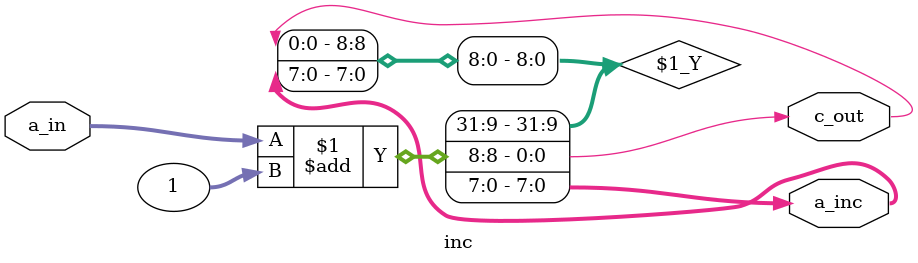
<source format=sv>
module inc #(
    parameter WIDTH=8)
    (input [WIDTH-1:0] a_in,
    output logic [WIDTH-1:0] a_inc,
    output logic c_out
    );

    assign {c_out,a_inc} = a_in + 1;
endmodule
</source>
